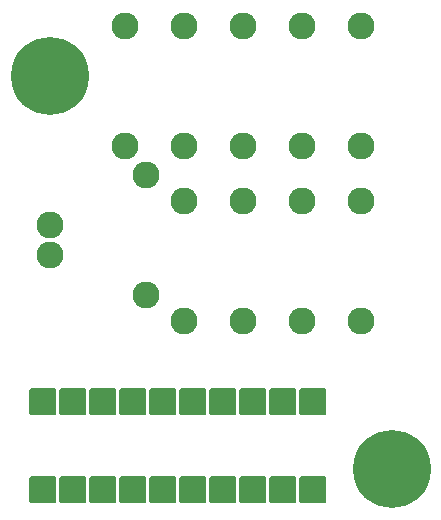
<source format=gbr>
G04 PROTEUS GERBER X2 FILE*
%TF.GenerationSoftware,Labcenter,Proteus,8.9-SP0-Build27865*%
%TF.CreationDate,2020-09-01T01:31:35+00:00*%
%TF.FileFunction,Soldermask,Bot*%
%TF.FilePolarity,Negative*%
%TF.Part,Single*%
%TF.SameCoordinates,{645d2930-4b01-4661-932c-4068817f58a5}*%
%FSLAX45Y45*%
%MOMM*%
G01*
%TA.AperFunction,Material*%
%ADD16C,2.286000*%
%TA.AperFunction,Material*%
%ADD17C,6.604000*%
%AMPPAD008*
4,1,36,
1.016000,-1.143000,
-1.016000,-1.143000,
-1.041970,-1.140470,
-1.065980,-1.133200,
-1.087580,-1.121650,
-1.106290,-1.106290,
-1.121650,-1.087570,
-1.133200,-1.065980,
-1.140470,-1.041970,
-1.143000,-1.016000,
-1.143000,1.016000,
-1.140470,1.041970,
-1.133200,1.065980,
-1.121650,1.087570,
-1.106290,1.106290,
-1.087580,1.121650,
-1.065980,1.133200,
-1.041970,1.140470,
-1.016000,1.143000,
1.016000,1.143000,
1.041970,1.140470,
1.065980,1.133200,
1.087580,1.121650,
1.106290,1.106290,
1.121650,1.087570,
1.133200,1.065980,
1.140470,1.041970,
1.143000,1.016000,
1.143000,-1.016000,
1.140470,-1.041970,
1.133200,-1.065980,
1.121650,-1.087570,
1.106290,-1.106290,
1.087580,-1.121650,
1.065980,-1.133200,
1.041970,-1.140470,
1.016000,-1.143000,
0*%
%TA.AperFunction,Material*%
%ADD18PPAD008*%
%TD.AperFunction*%
D16*
X-8500000Y+7234000D03*
X-8500000Y+8250000D03*
X-8000000Y+7234000D03*
X-8000000Y+8250000D03*
X-7500000Y+7234000D03*
X-7500000Y+8250000D03*
X-7000000Y+7234000D03*
X-7000000Y+8250000D03*
X-6500000Y+7234000D03*
X-6500000Y+8250000D03*
X-8320000Y+5970000D03*
X-8320000Y+6986000D03*
X-8000000Y+5750000D03*
X-8000000Y+6766000D03*
X-7500000Y+5750000D03*
X-7500000Y+6766000D03*
X-7000000Y+5750000D03*
X-7000000Y+6766000D03*
X-6500000Y+5750000D03*
X-6500000Y+6766000D03*
D17*
X-6240000Y+4500000D03*
X-9140000Y+7820000D03*
D16*
X-9140000Y+6564000D03*
X-9140000Y+6310000D03*
D18*
X-6908000Y+4320000D03*
X-7162000Y+4320000D03*
X-7416000Y+4320000D03*
X-7670000Y+4320000D03*
X-7924000Y+4320000D03*
X-8178000Y+4320000D03*
X-8432000Y+4320000D03*
X-8686000Y+4320000D03*
X-8940000Y+4320000D03*
X-9194000Y+4320000D03*
X-9192000Y+5060000D03*
X-8938000Y+5060000D03*
X-8684000Y+5060000D03*
X-8430000Y+5060000D03*
X-8176000Y+5060000D03*
X-7922000Y+5060000D03*
X-7668000Y+5060000D03*
X-7414000Y+5060000D03*
X-7160000Y+5060000D03*
X-6906000Y+5060000D03*
M02*

</source>
